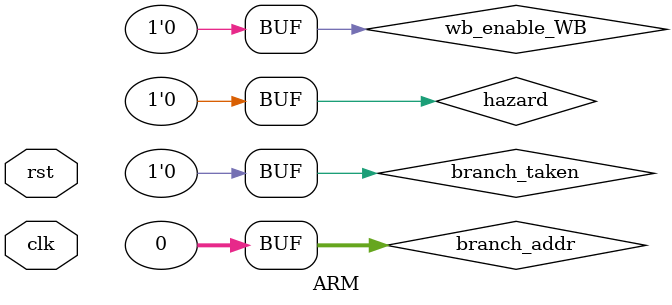
<source format=v>
module ARM (
  input clk, rst
);

reg hazard = 1'b0;
reg branch_taken = 1'b0;
reg [31:0] branch_addr = 32'b0;
reg [3:0] status;

wire [31:0] PC_IF_out, PC_ID_in, PC_ID_out, PC_exec_in, PC_exec_out, PC_mem_in, PC_mem_out, PC_WB_in, PC_WB_out;
wire [31:0] inst_IF, inst_ID;

// WB outputs
wire [31:0] wb_result_WB;
wire [3:0] wb_dest_WB;
reg wb_enable_WB = 0;
wire wb_enable_ID_out;

wire mem_read_ID_out, mem_write_ID_out, B_ID_out, S_ID_out, imm_ID_out;
wire [3:0] exec_cmd_ID_out, Rd_ID_out;
wire [31:0] val_Rn_ID_out, val_Rm_ID_out;
wire [11:0] shift_operand_ID;
wire [23:0] signed_imm_24_ID;

IF_stage IF(clk, rst, hazard, branch_taken, branch_addr, PC_IF_out, inst_IF);
IF_stage_reg IF_reg(clk, rst, hazard, branch_taken, PC_IF_out, inst_IF, PC_ID_in, inst_ID);

ID_stage ID(clk, rst, PC_ID_in, inst_ID, wb_result_WB, wb_enable_WB, wb_dest_WB, hazard, status,
PC_ID_out, wb_enable_ID_out, mem_read_ID_out, mem_write_ID_out, B_ID_out, S_ID_out, imm_ID_out,
exec_cmd_ID_out, val_Rn_ID_out, val_Rm_ID_out, Rd_ID_out, shift_operand_ID, signed_imm_24_ID);
ID_stage_reg ID_reg(clk, rst, branch_taken, PC_ID_out, PC_exec_in);

exec_stage exec(clk, rst, PC_exec_in, PC_exec_out);
exec_stage_reg exec_reg(clk, rst, PC_exec_out, PC_mem_in);

mem_stage mem(clk, rst, PC_mem_in, PC_mem_out);
mem_stage_reg mem_reg(clk, rst, PC_mem_out, PC_WB_in);

WB_stage WB(clk, rst, PC_WB_in, PC_WB_out);

endmodule

</source>
